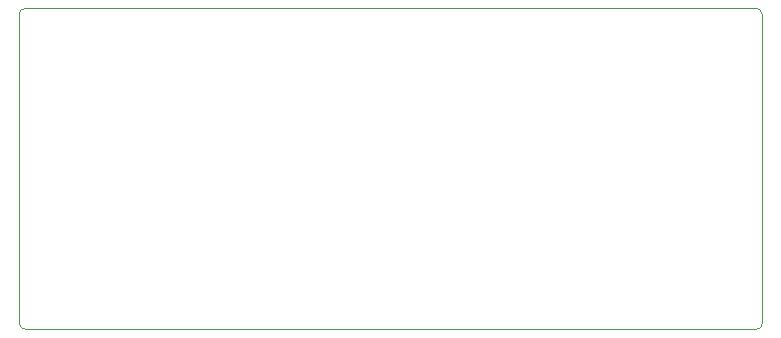
<source format=gbr>
%TF.GenerationSoftware,KiCad,Pcbnew,6.0.4-6f826c9f35~116~ubuntu21.10.1*%
%TF.CreationDate,2022-04-19T16:41:44+02:00*%
%TF.ProjectId,mbus,6d627573-2e6b-4696-9361-645f70636258,rev?*%
%TF.SameCoordinates,Original*%
%TF.FileFunction,Profile,NP*%
%FSLAX46Y46*%
G04 Gerber Fmt 4.6, Leading zero omitted, Abs format (unit mm)*
G04 Created by KiCad (PCBNEW 6.0.4-6f826c9f35~116~ubuntu21.10.1) date 2022-04-19 16:41:44*
%MOMM*%
%LPD*%
G01*
G04 APERTURE LIST*
%TA.AperFunction,Profile*%
%ADD10C,0.100000*%
%TD*%
G04 APERTURE END LIST*
D10*
X106178529Y-67125024D02*
G75*
G03*
X105674976Y-66621471I-507129J-3576D01*
G01*
X105700000Y-93800000D02*
X43803553Y-93796447D01*
X106178529Y-67125024D02*
X106200000Y-93300000D01*
X43303553Y-93296447D02*
G75*
G03*
X43803553Y-93796447I500047J47D01*
G01*
X43783553Y-66620000D02*
X105674976Y-66621471D01*
X43303553Y-93296447D02*
X43280000Y-67123553D01*
X43783553Y-66620000D02*
G75*
G03*
X43280000Y-67123553I3547J-507100D01*
G01*
X105700000Y-93800000D02*
G75*
G03*
X106200000Y-93300000I0J500000D01*
G01*
M02*

</source>
